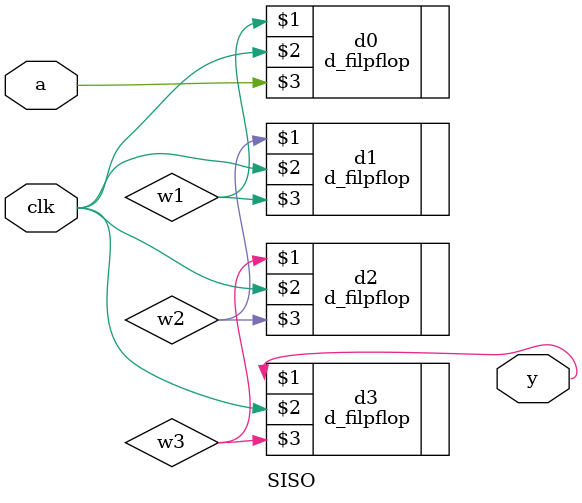
<source format=v>
module SISO(y,clk,a);
output y;
input clk,a;
wire w1,w2,w3;
d_filpflop d0(w1,clk,a);
d_filpflop d1(w2,clk,w1);
d_filpflop d2(w3,clk,w2);
d_filpflop d3(y,clk,w3);
endmodule


</source>
